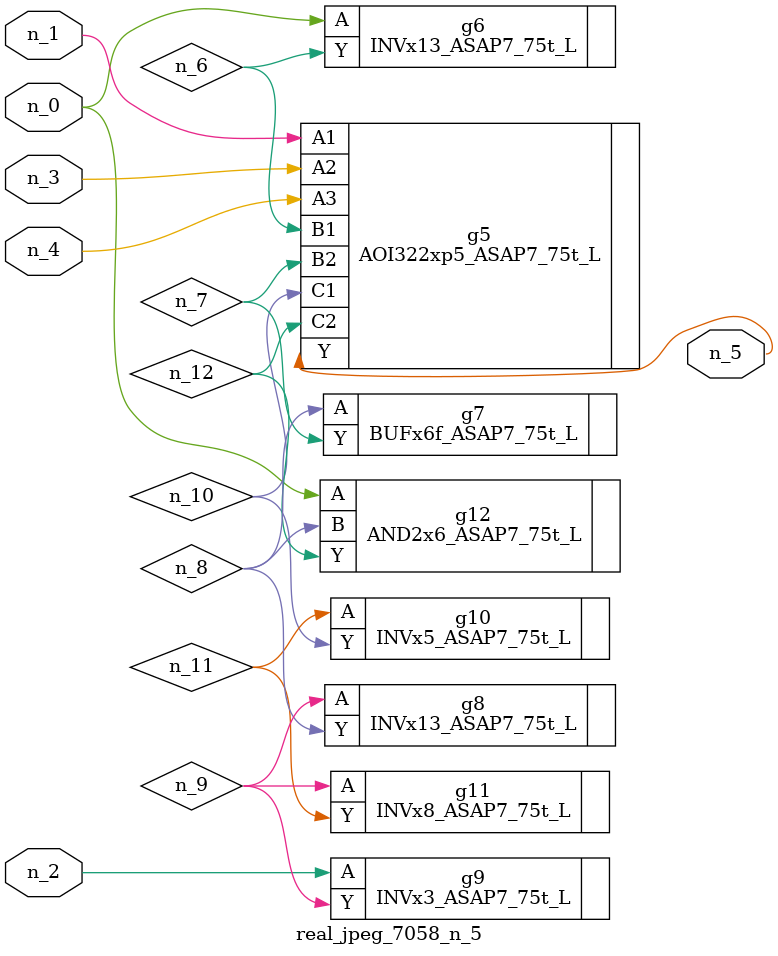
<source format=v>
module real_jpeg_7058_n_5 (n_4, n_0, n_1, n_2, n_3, n_5);

input n_4;
input n_0;
input n_1;
input n_2;
input n_3;

output n_5;

wire n_12;
wire n_8;
wire n_11;
wire n_6;
wire n_7;
wire n_10;
wire n_9;

INVx13_ASAP7_75t_L g6 ( 
.A(n_0),
.Y(n_6)
);

AND2x6_ASAP7_75t_L g12 ( 
.A(n_0),
.B(n_8),
.Y(n_12)
);

AOI322xp5_ASAP7_75t_L g5 ( 
.A1(n_1),
.A2(n_3),
.A3(n_4),
.B1(n_6),
.B2(n_7),
.C1(n_10),
.C2(n_12),
.Y(n_5)
);

INVx3_ASAP7_75t_L g9 ( 
.A(n_2),
.Y(n_9)
);

BUFx6f_ASAP7_75t_L g7 ( 
.A(n_8),
.Y(n_7)
);

INVx13_ASAP7_75t_L g8 ( 
.A(n_9),
.Y(n_8)
);

INVx8_ASAP7_75t_L g11 ( 
.A(n_9),
.Y(n_11)
);

INVx5_ASAP7_75t_L g10 ( 
.A(n_11),
.Y(n_10)
);


endmodule
</source>
